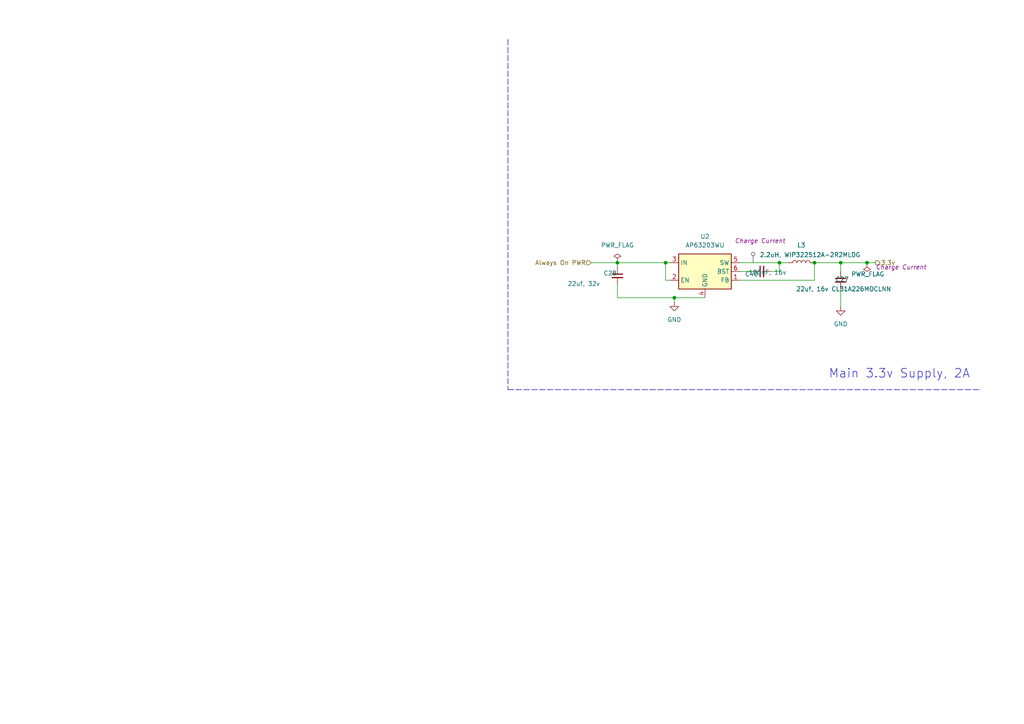
<source format=kicad_sch>
(kicad_sch (version 20250114) (generator "eeschema") (generator_version "9.0")
  (paper "A4")
  (title_block (title "Klipper-To-CACKLE") (date "2025-04-05") (rev "V1") (company "Author: Asher Edwards") (comment 1 "Licensed under CERN-OHL-S"))
  (lib_symbols
    (symbol "Device:C_Small" (pin_numbers (hide yes)) (pin_names (offset 0.254) (hide yes))
      (property "Reference" "C" (at 0.254 1.778 0))
      (property "Value" "C_Small" (at 0.254 -2.032 0))
      (symbol "C_Small_0_1"
        (polyline (pts (xy -1.524 0.508) (xy 1.524 0.508)) (stroke (width 0.3048)))
        (polyline (pts (xy -1.524 -0.508) (xy 1.524 -0.508)) (stroke (width 0.3302)))
      )
      (symbol "C_Small_1_1"
        (pin passive line (at 0 2.54 270) (length 2.032) (name "~") (number "1"))
        (pin passive line (at 0 -2.54 90) (length 2.032) (name "~") (number "2"))
      )
    )
    (symbol "Device:L" (pin_numbers (hide yes)) (pin_names (offset 1.016) (hide yes))
      (property "Reference" "L" (at -1.27 0 90))
      (property "Value" "L" (at 1.905 0 90))
      (symbol "L_0_1"
        (arc (start 0 2.54) (mid 0.6323 1.905) (end 0 1.27))
        (arc (start 0 1.27) (mid 0.6323 0.635) (end 0 0))
        (arc (start 0 0) (mid 0.6323 -0.635) (end 0 -1.27))
        (arc (start 0 -1.27) (mid 0.6323 -1.905) (end 0 -2.54))
      )
      (symbol "L_1_1"
        (pin passive line (at 0 3.81 270) (length 1.27) (name "1") (number "1"))
        (pin passive line (at 0 -3.81 90) (length 1.27) (name "2") (number "2"))
      )
    )
    (symbol "Regulator_Switching:AP63203WU"
      (property "Reference" "U" (at -7.62 6.35 0))
      (property "Value" "AP63203WU" (at 2.54 6.35 0))
      (symbol "AP63203WU_0_1"
        (rectangle (start -7.62 5.08) (end 7.62 -5.08) (stroke (width 0.254)) (fill (type background)))
      )
      (symbol "AP63203WU_1_1"
        (pin power_in line (at -10.16 2.54 0) (length 2.54) (name "IN") (number "3"))
        (pin input line (at -10.16 -2.54 0) (length 2.54) (name "EN") (number "2"))
        (pin power_in line (at 0 -7.62 90) (length 2.54) (name "GND") (number "4"))
        (pin output line (at 10.16 2.54 180) (length 2.54) (name "SW") (number "5"))
        (pin passive line (at 10.16 0 180) (length 2.54) (name "BST") (number "6"))
        (pin input line (at 10.16 -2.54 180) (length 2.54) (name "FB") (number "1"))
      )
    )
    (symbol "power:GND" (power) (pin_numbers (hide yes)) (pin_names (offset 0) (hide yes))
      (property "Value" "GND" (at 0 -3.81 0))
      (symbol "GND_0_1"
        (polyline (pts (xy 0 0) (xy 0 -1.27) (xy 1.27 -1.27) (xy 0 -2.54) (xy -1.27 -1.27) (xy 0 -1.27)))
      )
      (symbol "GND_1_1"
        (pin power_in line (at 0 0 270) (length 0) (name "~") (number "1"))
      )
    )
    (symbol "power:PWR_FLAG" (power) (pin_numbers (hide yes)) (pin_names (offset 0) (hide yes))
      (property "Value" "PWR_FLAG" (at 0 3.81 0))
      (symbol "PWR_FLAG_0_0"
        (pin power_out line (at 0 0 90) (length 0) (name "~") (number "1"))
      )
      (symbol "PWR_FLAG_0_1"
        (polyline (pts (xy 0 0) (xy 0 1.27) (xy -1.016 1.905) (xy 0 2.54) (xy 1.016 1.905) (xy 0 1.27)))
      )
    )
  )
  (text "Main 3.3v Supply, 2A" (at 260.858 108.458 0) (effects (font (size 2.54 2.54))))
  (junction (at 226.06 76.2))
  (junction (at 193.04 76.2))
  (junction (at 251.46 76.2))
  (junction (at 236.22 76.2))
  (junction (at 179.07 76.2))
  (junction (at 195.58 86.36))
  (junction (at 243.84 76.2))
  (wire (pts (xy 179.07 82.55) (xy 179.07 86.36)))
  (wire (pts (xy 243.84 83.82) (xy 243.84 88.9)))
  (wire (pts (xy 251.46 76.2) (xy 254 76.2)))
  (wire (pts (xy 236.22 76.2) (xy 243.84 76.2)))
  (wire (pts (xy 195.58 86.36) (xy 204.47 86.36)))
  (wire (pts (xy 226.06 78.74) (xy 226.06 76.2)))
  (wire (pts (xy 193.04 81.28) (xy 194.31 81.28)))
  (polyline (pts (xy 147.32 113.03) (xy 284.48 113.03)) (stroke (width 0) (type dash)))
  (wire (pts (xy 243.84 76.2) (xy 251.46 76.2)))
  (wire (pts (xy 214.63 78.74) (xy 218.44 78.74)))
  (wire (pts (xy 193.04 76.2) (xy 194.31 76.2)))
  (wire (pts (xy 171.45 76.2) (xy 179.07 76.2)))
  (wire (pts (xy 195.58 87.63) (xy 195.58 86.36)))
  (wire (pts (xy 179.07 76.2) (xy 193.04 76.2)))
  (wire (pts (xy 236.22 81.28) (xy 236.22 76.2)))
  (polyline (pts (xy 147.32 11.43) (xy 147.32 113.03)) (stroke (width 0) (type dash)))
  (wire (pts (xy 214.63 76.2) (xy 226.06 76.2)))
  (wire (pts (xy 228.6 76.2) (xy 226.06 76.2)))
  (wire (pts (xy 214.63 81.28) (xy 236.22 81.28)))
  (wire (pts (xy 179.07 77.47) (xy 179.07 76.2)))
  (wire (pts (xy 179.07 86.36) (xy 195.58 86.36)))
  (wire (pts (xy 243.84 78.74) (xy 243.84 76.2)))
  (wire (pts (xy 193.04 76.2) (xy 193.04 81.28)))
  (wire (pts (xy 226.06 78.74) (xy 223.52 78.74)))
  (hierarchical_label "3.3v" (shape output) (at 254 76.2 0) (property "Netclass" "Charge Current" (at 254 77.47 0) (effects (font (italic yes)) (justify left))))
  (hierarchical_label "Always On PWR" (shape input) (at 171.45 76.2 180))
  (netclass_flag "" (length 2.54) (shape round) (at 218.44 76.2 0) (property "Netclass" "Charge Current" (at 213.106 69.85 0) (effects (font (italic yes)) (justify left))))
  (symbol (lib_id "Device:L") (at 232.41 76.2 90) (unit 1)
    (property "Reference" "L3" (at 232.41 71.12 90))
    (property "Value" "2.2uH, WIP322512A-2R2MLDG" (at 234.95 73.914 90))
    (property "Footprint" "Inductor_SMD:L_1008_2520Metric" (effects (hide yes)))
    (property "Description" "Inductor" (effects (hide yes)))
    (property "LCSC" "C5832372" (effects (hide yes)))
  )
  (symbol (lib_id "power:PWR_FLAG") (at 251.46 76.2 180) (unit 1)
    (property "Reference" "#FLG012" (effects (hide yes)))
    (property "Value" "PWR_FLAG" (at 251.714 79.502 0))
    (property "Description" "Special symbol for telling ERC where power comes from" (effects (hide yes)))
  )
  (symbol (lib_id "power:PWR_FLAG") (at 179.07 76.2 0) (unit 1)
    (property "Reference" "#FLG03" (effects (hide yes)))
    (property "Value" "PWR_FLAG" (at 179.07 71.12 0))
    (property "Description" "Special symbol for telling ERC where power comes from" (effects (hide yes)))
  )
  (symbol (lib_id "power:GND") (at 243.84 88.9 0) (unit 1)
    (property "Reference" "#PWR011" (effects (hide yes)))
    (property "Value" "GND" (at 243.84 93.98 0))
    (property "Description" "Power symbol creates a global label with name \"GND\" , ground" (effects (hide yes)))
  )
  (symbol (lib_id "Device:C_Small") (at 220.98 78.74 90) (unit 1)
    (property "Reference" "C40" (at 219.964 79.502 90) (effects (justify left)))
    (property "Value" "100nF, 16v" (at 228.092 78.994 90) (effects (justify left)))
    (property "Footprint" "Capacitor_SMD:C_0603_1608Metric" (effects (hide yes)))
    (property "Description" "Unpolarized capacitor, small symbol" (effects (hide yes)))
    (property "LCSC" "C14663" (effects (hide yes)))
  )
  (symbol (lib_id "Device:C_Small") (at 179.07 80.01 0) (unit 1)
    (property "Reference" "C28" (at 175.006 79.248 0) (effects (justify left)))
    (property "Value" "22uf, 32v" (at 164.592 82.296 0) (effects (justify left)))
    (property "Footprint" "Capacitor_SMD:C_1206_3216Metric" (effects (hide yes)))
    (property "Description" "Unpolarized capacitor, small symbol" (effects (hide yes)))
    (property "LCSC" "C159758" (effects (hide yes)))
  )
  (symbol (lib_id "Regulator_Switching:AP63203WU") (at 204.47 78.74 0) (unit 1)
    (property "Reference" "U2" (at 204.47 68.58 0))
    (property "Value" "AP63203WU" (at 204.47 71.12 0))
    (property "Footprint" "Package_TO_SOT_SMD:TSOT-23-6" (effects (hide yes)))
    (property "Datasheet" "https://www.diodes.com/assets/Datasheets/AP63200-AP63201-AP63203-AP63205.pdf" (effects (hide yes)))
    (property "Description" "2A, 1.1MHz Buck DC/DC Converter, fixed 3.3V output voltage, TSOT-23-6" (effects (hide yes)))
    (property "LCSC" "C780769" (effects (hide yes)))
    (property "Rotation Offset" "90" (effects (hide yes)))
  )
  (symbol (lib_id "power:GND") (at 195.58 87.63 0) (unit 1)
    (property "Reference" "#PWR05" (effects (hide yes)))
    (property "Value" "GND" (at 195.58 92.71 0))
    (property "Description" "Power symbol creates a global label with name \"GND\" , ground" (effects (hide yes)))
  )
  (symbol (lib_id "Device:C_Small") (at 243.84 81.28 0) (unit 1)
    (property "Reference" "C27" (at 242.316 81.026 0) (effects (justify left)))
    (property "Value" "22uf, 16v CL31A226MOCLNN" (at 230.886 83.82 0) (effects (justify left)))
    (property "Footprint" "Capacitor_SMD:C_1206_3216Metric" (effects (hide yes)))
    (property "Description" "Unpolarized capacitor, small symbol" (effects (hide yes)))
    (property "LCSC" "C159758" (effects (hide yes)))
  )
)
</source>
